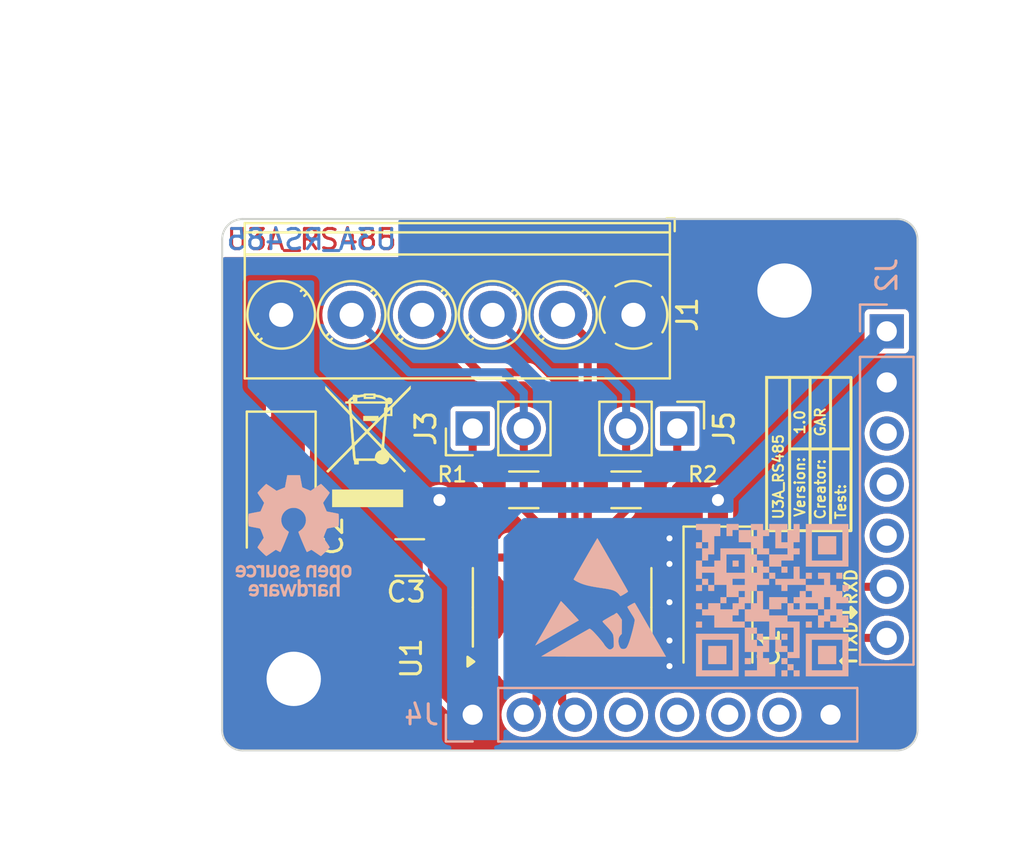
<source format=kicad_pcb>
(kicad_pcb (version 20221018) (generator pcbnew)
  (title_block (title "${acronym} - ${title}") (date "${date}") (rev "${revision}") (company "${company}") (comment 1 "${creator}") (comment 2 "${license}"))
  (layers (0 "F.Cu" signal) (31 "B.Cu" signal) (34 "B.Paste" user) (35 "F.Paste" user) (36 "B.SilkS" user "B.Silkscreen") (37 "F.SilkS" user "F.Silkscreen") (38 "B.Mask" user) (39 "F.Mask" user) (44 "Edge.Cuts" user))
  (property "acronym" "U3A_RS485")
  (property "company" "HTL-Rankweil")
  (property "creator" "GAR")
  (property "date" "1337-13-37")
  (property "license" "CC BY-NC-SA 4.0")
  (property "link" "github.com/htl-rankweil")
  (property "revision" "1.0")
  (property "title" "U3A - RS485-Adapter")
  (net 0 "")
  (net 1 "GND")
  (net 2 "VCC")
  (net 3 "/DTR")
  (net 4 "/DCR")
  (net 5 "/DCD")
  (net 6 "/RI")
  (net 7 "/CBUS2")
  (net 8 "/CBUS3")
  (net 9 "unconnected-(J2-Pin_3-Pad3)")
  (net 10 "/RXD")
  (net 11 "/TXD")
  (net 12 "Net-(J1-Pin_3)")
  (net 13 "Net-(J1-Pin_5)")
  (net 14 "Net-(J1-Pin_4)")
  (net 15 "Net-(J1-Pin_2)")
  (net 16 "unconnected-(J2-Pin_4-Pad4)")
  (net 18 "Net-(J3-Pin_1)")
  (net 19 "Net-(J5-Pin_1)")
  (footprint "MountingHole:MountingHole_2.7mm_M2.5_Pad" (layer "F.Cu") (at 148.336 99.06)
    (fp_text reference "H1" hide)
    (fp_text value "MountingHole_Pad" hide)
    (pad "1" thru_hole circle (at 0 0) (size 5.4 5.4) (drill 2.7) (layers "*.Cu" "*.Mask") (net 1 "GND"))
  )
  (footprint "Symbol:WEEE-Logo_4.2x6mm_SilkScreen" (layer "F.Cu") (at 152.019 87.503)
    (fp_text reference "FID3" hide)
    (fp_text value "BIN" hide)
  )
  (footprint "Connector_PinHeader_2.54mm:PinHeader_1x02_P2.54mm_Vertical" (layer "F.Cu") (at 167.391 86.614 -90)
    (fp_text reference "J5" (at 0 -2.33 90) (layer "F.SilkS"))
    (fp_text value "Conn_01x02_Pin" hide)
    (pad "1" thru_hole rect (at 0 0 270) (size 1.7 1.7) (drill 1) (layers "*.Cu" "*.Mask") (net 19 "Net-(J5-Pin_1)"))
    (pad "2" thru_hole oval (at 0 2.54 270) (size 1.7 1.7) (drill 1) (layers "*.Cu" "*.Mask") (net 12 "Net-(J1-Pin_3)"))
  )
  (footprint "Capacitor_SMD:C_1206_3216Metric" (layer "F.Cu") (at 154.1 93.029)
    (fp_text reference "C3" (at -0.176 1.713) (layer "F.SilkS"))
    (fp_text value "100n")
    (pad "1" smd roundrect (at -1.475 0) (size 1.15 1.8) (layers "F.Cu" "F.Paste" "F.Mask") (roundrect_rratio 0.217391) (net 1 "GND"))
    (pad "2" smd roundrect (at 1.475 0) (size 1.15 1.8) (layers "F.Cu" "F.Paste" "F.Mask") (roundrect_rratio 0.217391) (net 2 "VCC"))
  )
  (footprint "Resistor_SMD:R_1206_3216Metric" (layer "F.Cu") (at 159.766 89.662 180)
    (fp_text reference "R1" (at 3.556 0.762) (layer "F.SilkS") (effects (font (size 0.75 0.75) (thickness 0.12))))
    (fp_text value "120")
    (pad "1" smd roundrect (at -1.4625 0 180) (size 1.125 1.75) (layers "F.Cu" "F.Paste" "F.Mask") (roundrect_rratio 0.222222) (net 14 "Net-(J1-Pin_4)"))
    (pad "2" smd roundrect (at 1.4625 0 180) (size 1.125 1.75) (layers "F.Cu" "F.Paste" "F.Mask") (roundrect_rratio 0.222222) (net 18 "Net-(J3-Pin_1)"))
  )
  (footprint "Package_SO:SOIC-14_3.9x8.7mm_P1.27mm" (layer "F.Cu") (at 161.671 95.504 90)
    (fp_text reference "U1" (at -2.54 -7.493 90) (layer "F.SilkS"))
    (fp_text value "THVD1452DR")
    (pad "1" smd roundrect (at -2.475 -3.81 90) (size 1.95 0.6) (layers "F.Cu" "F.Paste" "F.Mask"))
    (pad "2" smd roundrect (at -2.475 -2.54 90) (size 1.95 0.6) (layers "F.Cu" "F.Paste" "F.Mask") (net 10 "/RXD"))
    (pad "3" smd roundrect (at -2.475 -1.27 90) (size 1.95 0.6) (layers "F.Cu" "F.Paste" "F.Mask") (net 8 "/CBUS3"))
    (pad "4" smd roundrect (at -2.475 0 90) (size 1.95 0.6) (layers "F.Cu" "F.Paste" "F.Mask") (net 7 "/CBUS2"))
    (pad "5" smd roundrect (at -2.475 1.27 90) (size 1.95 0.6) (layers "F.Cu" "F.Paste" "F.Mask") (net 11 "/TXD"))
    (pad "6" smd roundrect (at -2.475 2.54 90) (size 1.95 0.6) (layers "F.Cu" "F.Paste" "F.Mask") (net 1 "GND"))
    (pad "7" smd roundrect (at -2.475 3.81 90) (size 1.95 0.6) (layers "F.Cu" "F.Paste" "F.Mask") (net 1 "GND"))
    (pad "8" smd roundrect (at 2.475 3.81 90) (size 1.95 0.6) (layers "F.Cu" "F.Paste" "F.Mask"))
    (pad "9" smd roundrect (at 2.475 2.54 90) (size 1.95 0.6) (layers "F.Cu" "F.Paste" "F.Mask") (net 12 "Net-(J1-Pin_3)"))
    (pad "10" smd roundrect (at 2.475 1.27 90) (size 1.95 0.6) (layers "F.Cu" "F.Paste" "F.Mask") (net 15 "Net-(J1-Pin_2)"))
    (pad "11" smd roundrect (at 2.475 0 90) (size 1.95 0.6) (layers "F.Cu" "F.Paste" "F.Mask") (net 14 "Net-(J1-Pin_4)"))
    (pad "12" smd roundrect (at 2.475 -1.27 90) (size 1.95 0.6) (layers "F.Cu" "F.Paste" "F.Mask") (net 13 "Net-(J1-Pin_5)"))
    (pad "13" smd roundrect (at 2.475 -2.54 90) (size 1.95 0.6) (layers "F.Cu" "F.Paste" "F.Mask") (net 2 "VCC"))
    (pad "14" smd roundrect (at 2.475 -3.81 90) (size 1.95 0.6) (layers "F.Cu" "F.Paste" "F.Mask") (net 2 "VCC"))
  )
  (footprint "Capacitor_Tantalum_SMD:CP_EIA-6032-28_Kemet-C" (layer "F.Cu") (at 169.413 95.25 -90)
    (fp_text reference "C1" (at 2.286 -2.55 90) (layer "F.SilkS"))
    (fp_text value "10u")
    (pad "1" smd roundrect (at -2.4625 0 270) (size 2.075 2.35) (layers "F.Cu" "F.Paste" "F.Mask") (roundrect_rratio 0.120482) (net 2 "VCC"))
    (pad "2" smd roundrect (at 2.4625 0 270) (size 2.075 2.35) (layers "F.Cu" "F.Paste" "F.Mask") (roundrect_rratio 0.120482) (net 1 "GND"))
  )
  (footprint "Connector_PinHeader_2.54mm:PinHeader_1x02_P2.54mm_Vertical" (layer "F.Cu") (at 157.226 86.614 90)
    (fp_text reference "J3" (at 0 -2.33 90) (layer "F.SilkS"))
    (fp_text value "Conn_01x02_Pin" hide)
    (pad "1" thru_hole rect (at 0 0 90) (size 1.7 1.7) (drill 1) (layers "*.Cu" "*.Mask") (net 18 "Net-(J3-Pin_1)"))
    (pad "2" thru_hole oval (at 0 2.54 90) (size 1.7 1.7) (drill 1) (layers "*.Cu" "*.Mask") (net 13 "Net-(J1-Pin_5)"))
  )
  (footprint "Resistor_SMD:R_1206_3216Metric" (layer "F.Cu") (at 164.846 89.662)
    (fp_text reference "R2" (at 3.81 -0.762) (layer "F.SilkS") (effects (font (size 0.75 0.75) (thickness 0.12))))
    (fp_text value "120")
    (pad "1" smd roundrect (at -1.4625 0) (size 1.125 1.75) (layers "F.Cu" "F.Paste" "F.Mask") (roundrect_rratio 0.222222) (net 15 "Net-(J1-Pin_2)"))
    (pad "2" smd roundrect (at 1.4625 0) (size 1.125 1.75) (layers "F.Cu" "F.Paste" "F.Mask") (roundrect_rratio 0.222222) (net 19 "Net-(J5-Pin_1)"))
  )
  (footprint "TerminalBlock_Phoenix:TerminalBlock_Phoenix_PT-1,5-6-3.5-H_1x06_P3.50mm_Horizontal" (layer "F.Cu") (at 165.214 80.964 180)
    (fp_text reference "J1" (at -2.68 0.014012 270) (layer "F.SilkS"))
    (fp_text value "Screw_Terminal_01x06" hide)
    (pad "1" thru_hole rect (at 0 0 180) (size 2.4 2.4) (drill 1.2) (layers "*.Cu" "*.Mask") (net 1 "GND"))
    (pad "2" thru_hole circle (at 3.5 0 180) (size 2.4 2.4) (drill 1.2) (layers "*.Cu" "*.Mask") (net 15 "Net-(J1-Pin_2)"))
    (pad "3" thru_hole circle (at 7 0 180) (size 2.4 2.4) (drill 1.2) (layers "*.Cu" "*.Mask") (net 12 "Net-(J1-Pin_3)"))
    (pad "4" thru_hole circle (at 10.5 0 180) (size 2.4 2.4) (drill 1.2) (layers "*.Cu" "*.Mask") (net 14 "Net-(J1-Pin_4)"))
    (pad "5" thru_hole circle (at 14 0 180) (size 2.4 2.4) (drill 1.2) (layers "*.Cu" "*.Mask") (net 13 "Net-(J1-Pin_5)"))
    (pad "6" thru_hole circle (at 17.5 0 180) (size 2.4 2.4) (drill 1.2) (layers "*.Cu" "*.Mask") (net 2 "VCC"))
  )
  (footprint "MountingHole:MountingHole_2.7mm_M2.5_Pad" (layer "F.Cu") (at 172.72 79.756)
    (fp_text reference "H2" hide)
    (fp_text value "MountingHole_Pad" hide)
    (pad "1" thru_hole circle (at 0 0) (size 5.4 5.4) (drill 2.7) (layers "*.Cu" "*.Mask") (net 1 "GND"))
  )
  (footprint "Capacitor_Tantalum_SMD:CP_EIA-6032-28_Kemet-C" (layer "F.Cu") (at 147.714 89.535 -90)
    (fp_text reference "C2" (at 2.413 -2.55 90) (layer "F.SilkS"))
    (fp_text value "10u")
    (pad "1" smd roundrect (at -2.4625 0 270) (size 2.075 2.35) (layers "F.Cu" "F.Paste" "F.Mask") (roundrect_rratio 0.120482) (net 2 "VCC"))
    (pad "2" smd roundrect (at 2.4625 0 270) (size 2.075 2.35) (layers "F.Cu" "F.Paste" "F.Mask") (roundrect_rratio 0.120482) (net 1 "GND"))
  )
  (footprint "Connector_PinSocket_2.54mm:PinSocket_1x08_P2.54mm_Vertical" (layer "B.Cu") (at 157.226 100.843618 -90)
    (fp_text reference "J4" (at 0 2.54 -180) (layer "B.SilkS") (effects (justify mirror)))
    (fp_text value "Conn_01x08_Socket" hide)
    (pad "1" thru_hole rect locked (at 0 0 270) (size 1.7 1.7) (drill 1) (layers "*.Cu" "*.Mask") (net 2 "VCC"))
    (pad "2" thru_hole oval locked (at 0 -2.54 270) (size 1.7 1.7) (drill 1) (layers "*.Cu" "*.Mask") (net 8 "/CBUS3"))
    (pad "3" thru_hole oval locked (at 0 -5.08 270) (size 1.7 1.7) (drill 1) (layers "*.Cu" "*.Mask") (net 7 "/CBUS2"))
    (pad "4" thru_hole oval locked (at 0 -7.62 270) (size 1.7 1.7) (drill 1) (layers "*.Cu" "*.Mask") (net 5 "/DCD"))
    (pad "5" thru_hole oval locked (at 0 -10.16 270) (size 1.7 1.7) (drill 1) (layers "*.Cu" "*.Mask") (net 3 "/DTR"))
    (pad "6" thru_hole oval locked (at 0 -12.7 270) (size 1.7 1.7) (drill 1) (layers "*.Cu" "*.Mask") (net 4 "/DCR"))
    (pad "7" thru_hole oval locked (at 0 -15.24 270) (size 1.7 1.7) (drill 1) (layers "*.Cu" "*.Mask") (net 6 "/RI"))
    (pad "8" thru_hole oval locked (at 0 -17.78 270) (size 1.7 1.7) (drill 1) (layers "*.Cu" "*.Mask") (net 1 "GND"))
  )
  (footprint "Connector_PinSocket_2.54mm:PinSocket_1x07_P2.54mm_Vertical" (layer "B.Cu") (at 177.8 81.783 180)
    (fp_text reference "J2" (at 0 2.789 90) (layer "B.SilkS") (effects (justify mirror)))
    (fp_text value "Conn_01x07_Socket" hide)
    (pad "1" thru_hole rect locked (at 0 0 180) (size 1.7 1.7) (drill 1) (layers "*.Cu" "*.Mask") (net 2 "VCC"))
    (pad "2" thru_hole oval locked (at 0 -2.54 180) (size 1.7 1.7) (drill 1) (layers "*.Cu" "*.Mask") (net 1 "GND"))
    (pad "3" thru_hole oval locked (at 0 -5.08 180) (size 1.7 1.7) (drill 1) (layers "*.Cu" "*.Mask") (net 9 "unconnected-(J2-Pin_3-Pad3)"))
    (pad "4" thru_hole oval locked (at 0 -7.62 180) (size 1.7 1.7) (drill 1) (layers "*.Cu" "*.Mask") (net 16 "unconnected-(J2-Pin_4-Pad4)"))
    (pad "5" thru_hole oval locked (at 0 -10.16 180) (size 1.7 1.7) (drill 1) (layers "*.Cu" "*.Mask"))
    (pad "6" thru_hole oval locked (at 0 -12.7 180) (size 1.7 1.7) (drill 1) (layers "*.Cu" "*.Mask") (net 10 "/RXD"))
    (pad "7" thru_hole oval locked (at 0 -15.24 180) (size 1.7 1.7) (drill 1) (layers "*.Cu" "*.Mask") (net 11 "/TXD"))
  )
  (footprint "Images:QR_0x007e" (layer "B.Cu") (at 171.958 94.996 90)
    (fp_text reference "FID4" hide)
    (fp_text value "QR" hide)
  )
  (footprint "Symbol:OSHW-Logo_5.7x6mm_SilkScreen" (layer "B.Cu") (at 148.336 91.948 180)
    (fp_text reference "FID2" hide)
    (fp_text value "OH" hide)
  )
  (footprint "Symbol:ESD-Logo_6.6x6mm_SilkScreen" (layer "B.Cu") (at 163.576 94.996 180)
    (fp_text reference "FID1" hide)
    (fp_text value "ESD" hide)
  )
  (gr_line (start 172.974 87.63) (end 176.022 87.63) (stroke (width 0.15)) (layer "F.SilkS"))
  (gr_line (start 175.514 98.171) (end 175.768 97.917) (stroke (width 0.15)) (layer "F.SilkS"))
  (gr_line (start 175.768 98.425) (end 175.514 98.171) (stroke (width 0.15)) (layer "F.SilkS"))
  (gr_line (start 175.006 91.694) (end 175.006 84.074) (stroke (width 0.15)) (layer "F.SilkS"))
  (gr_line (start 173.99 91.694) (end 173.99 84.074) (stroke (width 0.15)) (layer "F.SilkS"))
  (gr_line (start 175.514 98.171) (end 175.768 98.425) (stroke (width 0.15)) (layer "F.SilkS"))
  (gr_rect (start 171.831 84.074) (end 176.022 91.694) (stroke (width 0.15)) (fill none) (layer "F.SilkS"))
  (gr_line (start 175.514 95.758) (end 176.276 95.758) (stroke (width 0.15)) (layer "F.SilkS"))
  (gr_line (start 176.022 96.012) (end 176.022 95.504) (stroke (width 0.15)) (layer "F.SilkS"))
  (gr_line (start 172.974 91.694) (end 172.974 84.074) (stroke (width 0.15)) (layer "F.SilkS"))
  (gr_line (start 176.276 98.171) (end 175.514 98.171) (stroke (width 0.15)) (layer "F.SilkS"))
  (gr_line (start 176.276 95.758) (end 176.022 96.012) (stroke (width 0.15)) (layer "F.SilkS"))
  (gr_line (start 176.022 95.504) (end 176.276 95.758) (stroke (width 0.15)) (layer "F.SilkS"))
  (gr_line (start 175.768 97.917) (end 175.768 98.425) (stroke (width 0.15)) (layer "F.SilkS"))
  (gr_arc (start 179.324 101.6) (mid 179.02642 102.31842) (end 178.308 102.616) (stroke (width 0.1)) (layer "Edge.Cuts"))
  (gr_line (start 178.308 76.2) (end 145.796 76.2) (stroke (width 0.1)) (layer "Edge.Cuts"))
  (gr_arc (start 144.78 77.216) (mid 145.07758 76.49758) (end 145.796 76.2) (stroke (width 0.1)) (layer "Edge.Cuts"))
  (gr_line (start 179.324 101.6) (end 179.324 77.216) (stroke (width 0.1)) (layer "Edge.Cuts"))
  (gr_arc (start 178.308 76.2) (mid 179.02642 76.49758) (end 179.324 77.216) (stroke (width 0.1)) (layer "Edge.Cuts"))
  (gr_line (start 145.796 102.616) (end 178.308 102.616) (stroke (width 0.1)) (layer "Edge.Cuts"))
  (gr_line (start 144.78 77.216) (end 144.78 101.6) (stroke (width 0.1)) (layer "Edge.Cuts"))
  (gr_arc (start 145.796 102.616) (mid 145.07758 102.31842) (end 144.78 101.6) (stroke (width 0.1)) (layer "Edge.Cuts"))
  (gr_text "${acronym}" (at 149.225 77.216) (layer "F.Cu") (effects (font (size 1 1))))
  (gr_text "${acronym}" (at 149.225 77.216) (layer "B.Cu") (effects (font (size 1 1)) (justify mirror)))
  (gr_text "Test:" (at 175.514 91.186 90) (layer "F.SilkS") (effects (font (size 0.5 0.5) (thickness 0.1) bold) (justify left)))
  (gr_text "RXD" (at 176.022 94.488 90) (layer "F.SilkS") (effects (font (size 0.6 0.6) (thickness 0.12) bold)))
  (gr_text "TXD" (at 176.022 97.028 90) (layer "F.SilkS") (effects (font (size 0.6 0.6) (thickness 0.12) bold)))
  (gr_text "Creator:   ${creator}" (at 174.498 91.186 90) (layer "F.SilkS") (effects (font (size 0.5 0.5) (thickness 0.1) bold) (justify left)))
  (gr_text "${acronym}" (at 172.4152 91.186 90) (layer "F.SilkS") (effects (font (size 0.5 0.5) (thickness 0.1) bold) (justify left)))
  (gr_text "Version:   ${revision}\n" (at 173.482 91.059 90) (layer "F.SilkS") (effects (font (size 0.5 0.5) (thickness 0.1) bold) (justify left)))
  (via (at 167.005 93.345) (size 0.4) (drill 0.3) (layers "F.Cu" "B.Cu") (net 1))
  (via (at 167.005 92.075) (size 0.4) (drill 0.3) (layers "F.Cu" "B.Cu") (net 1))
  (via (at 167.005 98.425) (size 0.4) (drill 0.3) (layers "F.Cu" "B.Cu") (net 1))
  (via (at 167.005 95.25) (size 0.4) (drill 0.3) (layers "F.Cu" "B.Cu") (net 1))
  (via (at 167.005 97.155) (size 0.4) (drill 0.3) (layers "F.Cu" "B.Cu") (net 1))
  (segment (start 155.575 99.192618) (end 155.575 93.029) (width 1) (layer "F.Cu") (net 2))
  (segment (start 147.714 87.0725) (end 147.714 80.964) (width 1) (layer "F.Cu") (net 2))
  (segment (start 159.131 93.029) (end 155.575 93.029) (width 0.4) (layer "F.Cu") (net 2))
  (segment (start 155.575 93.029) (end 155.575 90.17) (width 1) (layer "F.Cu") (net 2))
  (segment (start 157.226 100.843618) (end 155.575 99.192618) (width 1) (layer "F.Cu") (net 2))
  (segment (start 169.413 92.7875) (end 169.413 90.17) (width 1) (layer "F.Cu") (net 2))
  (via (at 169.413 90.17) (size 1) (drill 0.6) (layers "F.Cu" "B.Cu") (net 2))
  (via (at 155.575 90.17) (size 1) (drill 0.6) (layers "F.Cu" "B.Cu") (net 2))
  (segment (start 177.8 81.783) (end 169.413 90.17) (width 1) (layer "B.Cu") (net 2))
  (segment (start 172.466 100.33) (end 172.466 100.843618) (width 0.4) (layer "B.Cu") (net 6))
  (segment (start 161.671 100.208618) (end 162.306 100.843618) (width 0.4) (layer "F.Cu") (net 7))
  (segment (start 161.671 97.979) (end 161.671 100.208618) (width 0.4) (layer "F.Cu") (net 7))
  (segment (start 160.401 97.979) (end 160.401 100.208618) (width 0.4) (layer "F.Cu") (net 8))
  (segment (start 160.401 100.208618) (end 159.766 100.843618) (width 0.4) (layer "F.Cu") (net 8))
  (segment (start 177.795 86.868) (end 177.8 86.863) (width 0.4) (layer "B.Cu") (net 9))
  (segment (start 177.8 94.483) (end 161.652001 94.483) (width 0.4) (layer "F.Cu") (net 10))
  (segment (start 161.652001 94.483) (end 159.131 97.004001) (width 0.4) (layer "F.Cu") (net 10))
  (segment (start 159.131 97.004001) (end 159.131 97.979) (width 0.4) (layer "F.Cu") (net 10))
  (segment (start 177.795 94.488) (end 177.8 94.483) (width 0.4) (layer "B.Cu") (net 10))
  (segment (start 173.99 96.012) (end 163.933001 96.012) (width 0.4) (layer "F.Cu") (net 11))
  (segment (start 177.8 97.023) (end 175.001 97.023) (width 0.4) (layer "F.Cu") (net 11))
  (segment (start 175.001 97.023) (end 173.99 96.012) (width 0.4) (layer "F.Cu") (net 11))
  (segment (start 163.933001 96.012) (end 162.941 97.004001) (width 0.4) (layer "F.Cu") (net 11))
  (segment (start 162.941 97.004001) (end 162.941 97.979) (width 0.4) (layer "F.Cu") (net 11))
  (segment (start 177.795 97.028) (end 177.8 97.023) (width 0.4) (layer "B.Cu") (net 11))
  (segment (start 164.851 90.673) (end 164.851 86.614) (width 0.4) (layer "F.Cu") (net 12))
  (segment (start 164.211 91.313) (end 164.851 90.673) (width 0.4) (layer "F.Cu") (net 12))
  (segment (start 164.211 93.029) (end 164.211 91.313) (width 0.4) (layer "F.Cu") (net 12))
  (segment (start 163.83 83.82) (end 161.07 83.82) (width 0.4) (layer "B.Cu") (net 12))
  (segment (start 164.851 84.841) (end 163.83 83.82) (width 0.4) (layer "B.Cu") (net 12))
  (segment (start 164.851 86.614) (end 164.851 84.841) (width 0.4) (layer "B.Cu") (net 12))
  (segment (start 161.07 83.82) (end 158.214 80.964) (width 0.4) (layer "B.Cu") (net 12))
  (segment (start 160.401 91.259583) (end 159.766 90.624583) (width 0.4) (layer "F.Cu") (net 13))
  (segment (start 160.401 93.029) (end 160.401 91.259583) (width 0.4) (layer "F.Cu") (net 13))
  (segment (start 159.766 90.624583) (end 159.766 86.614) (width 0.4) (layer "F.Cu") (net 13))
  (segment (start 159.771 84.841) (end 158.75 83.82) (width 0.4) (layer "B.Cu") (net 13))
  (segment (start 158.75 83.82) (end 154.07 83.82) (width 0.4) (layer "B.Cu") (net 13))
  (segment (start 159.766 84.846) (end 159.771 84.841) (width 0.4) (layer "B.Cu") (net 13))
  (segment (start 154.07 83.82) (end 151.214 80.964) (width 0.4) (layer "B.Cu") (net 13))
  (segment (start 159.766 86.614) (end 159.766 84.846) (width 0.4) (layer "B.Cu") (net 13))
  (segment (start 160.02 83.82) (end 157.57 83.82) (width 0.4) (layer "F.Cu") (net 14))
  (segment (start 161.671 90.1045) (end 161.2285 89.662) (width 0.4) (layer "F.Cu") (net 14))
  (segment (start 157.57 83.82) (end 154.714 80.964) (width 0.4) (layer "F.Cu") (net 14))
  (segment (start 161.671 85.471) (end 160.02 83.82) (width 0.4) (layer "F.Cu") (net 14))
  (segment (start 161.671 93.029) (end 161.671 85.471) (width 0.4) (layer "F.Cu") (net 14))
  (segment (start 161.671 93.029) (end 161.671 90.1045) (width 0.4) (layer "F.Cu") (net 14))
  (segment (start 162.941 93.029) (end 162.941 90.1045) (width 0.4) (layer "F.Cu") (net 15))
  (segment (start 162.941 93.029) (end 162.941 82.191) (width 0.4) (layer "F.Cu") (net 15))
  (segment (start 162.941 90.1045) (end 163.3835 89.662) (width 0.4) (layer "F.Cu") (net 15))
  (segment (start 162.941 82.191) (end 161.714 80.964) (width 0.4) (layer "F.Cu") (net 15))
  (segment (start 177.795 89.408) (end 177.8 89.403) (width 0.4) (layer "F.Cu") (net 16))
  (segment (start 177.795 89.408) (end 177.8 89.403) (width 0.4) (layer "B.Cu") (net 16))
  (segment (start 157.226 86.614) (end 157.226 88.5845) (width 0.4) (layer "F.Cu") (net 18))
  (segment (start 157.226 88.5845) (end 158.3035 89.662) (width 0.4) (layer "F.Cu") (net 18))
  (segment (start 167.391 86.614) (end 167.391 88.5795) (width 0.4) (layer "F.Cu") (net 19))
  (segment (start 167.391 88.5795) (end 166.3085 89.662) (width 0.4) (layer "F.Cu") (net 19))
  (zone (net 1) (net_name "GND") (layers "F&B.Cu") (connect_pads yes (clearance 0.254)) (min_thickness 0.254) (fill yes (thermal_gap 0.5) (thermal_bridge_width 0.5))
    (polygon (pts (xy 179.324 76.2) (xy 179.324 102.616) (xy 144.78 102.616) (xy 144.78 76.2)))
  )
  (zone (net 2) (net_name "VCC") (layer "B.Cu") (priority 1) (connect_pads yes (clearance 0.254)) (min_thickness 0.254) (fill yes (thermal_gap 0.5) (thermal_bridge_width 0.5))
    (polygon (pts (xy 158.496 102.108) (xy 158.496 91.948) (xy 159.639 90.805) (xy 170.18 90.805) (xy 170.18 89.535) (xy 155.067 89.535) (xy 149.352 83.82) (xy 149.352 79.248) (xy 146.05 79.248) (xy 146.05 84.582) (xy 155.956 94.488) (xy 155.956 102.108)))
  )
)
</source>
